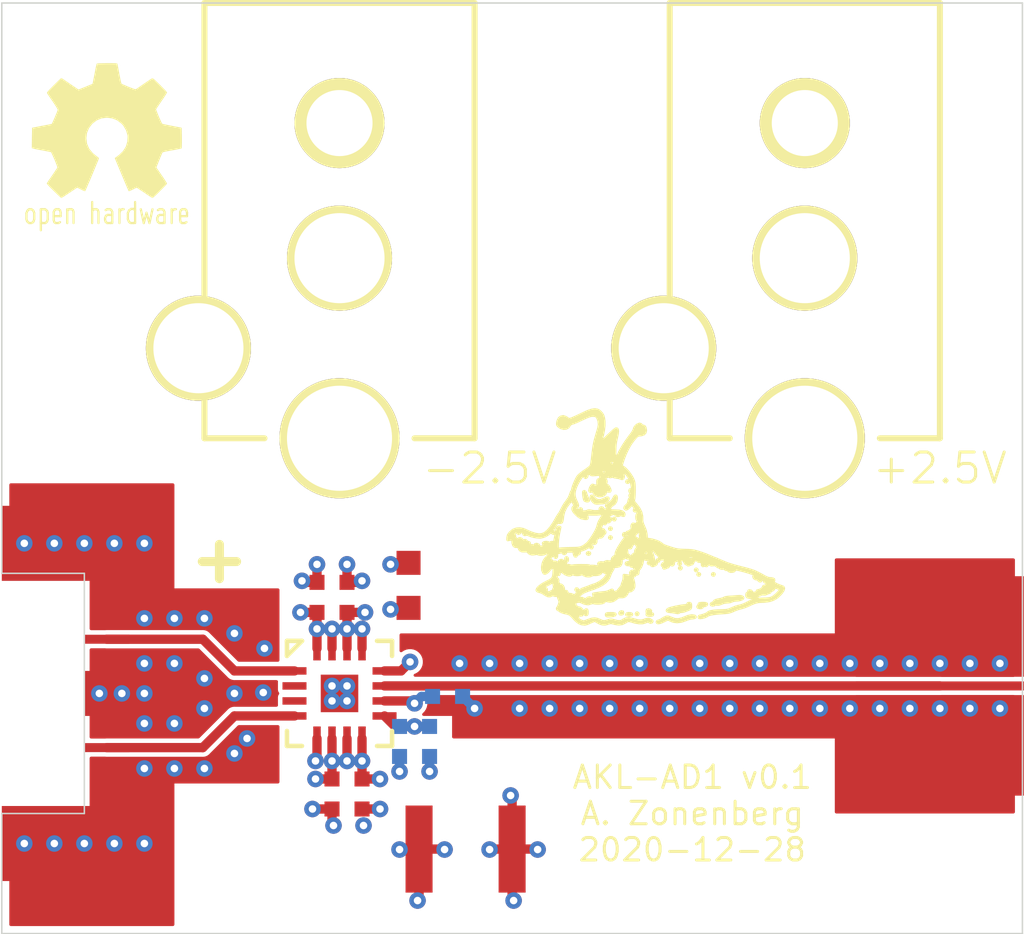
<source format=kicad_pcb>
(kicad_pcb (version 20171130) (host pcbnew "(5.1.4)")
  (layers (0 F.Cu signal) (1 In1.Cu signal) (2 In2.Cu signal) (31 B.Cu signal) (34 B.Paste user) (35 F.Paste user) (36 B.SilkS user) (37 F.SilkS user) (38 B.Mask user) (39 F.Mask user) (44 Edge.Cuts user))
  (net 0 "")
  (net 1 /2V5_N)
  (net 2 /2V5_P)
  (net 3 /GND)
  (net 4 /IN_N)
  (net 5 /IN_P)
  (net 6 "Net-(R1-Pad1)")
  (net 7 /VOUT)
  (module azonenberg_pcb:LONGTHING-1200DPI (layer F.Cu) (at 67.25 76)
    (fp_text reference G*** hide)
    (fp_text value LOGO hide)
  )
  (module w_logo:Logo_silk_OSHW_6x6mm (layer F.Cu) (at 48.75 62.75)
    (fp_text reference G*** hide)
    (fp_text value LOGO hide)
  )
  (module azonenberg_pcb:QFN_16_0.5MM_3x3MM (layer F.Cu) (at 56.5 81.5 270)
    (fp_text reference U1 hide)
    (fp_text value ADL5565 hide)
    (pad PAD smd rect (at -0.25 0.25 270) (size 0.5 0.5) (layers F.Cu F.Paste) (net 1 /2V5_N))
    (pad PAD smd rect (at 0.25 0.25 270) (size 0.5 0.5) (layers F.Cu F.Paste) (net 1 /2V5_N))
    (pad PAD smd rect (at 0.25 -0.25 270) (size 0.5 0.5) (layers F.Cu F.Paste) (net 1 /2V5_N))
    (pad PAD smd rect (at -0.25 -0.25 270) (size 0.5 0.5) (layers F.Cu F.Paste) (net 1 /2V5_N))
    (pad PAD smd rect (at 0 0 270) (size 1.25 1.25) (layers F.Cu F.Mask) (net 1 /2V5_N))
    (pad 13 smd rect (at -1.5 -0.75) (size 0.25 0.8) (layers F.Cu F.Paste F.Mask) (net 1 /2V5_N))
    (pad 14 smd rect (at -1.5 -0.25) (size 0.25 0.8) (layers F.Cu F.Paste F.Mask) (net 1 /2V5_N))
    (pad 15 smd rect (at -1.5 0.25) (size 0.25 0.8) (layers F.Cu F.Paste F.Mask) (net 1 /2V5_N))
    (pad 16 smd rect (at -1.5 0.75) (size 0.25 0.8) (layers F.Cu F.Paste F.Mask) (net 1 /2V5_N))
    (pad 1 smd rect (at -0.75 1.5 270) (size 0.25 0.8) (layers F.Cu F.Paste F.Mask) (net 5 /IN_P))
    (pad 2 smd rect (at -0.25 1.5 270) (size 0.25 0.8) (layers F.Cu F.Paste F.Mask))
    (pad 3 smd rect (at 0.25 1.5 270) (size 0.25 0.8) (layers F.Cu F.Paste F.Mask))
    (pad 4 smd rect (at 0.75 1.5 270) (size 0.25 0.8) (layers F.Cu F.Paste F.Mask) (net 4 /IN_N))
    (pad 5 smd rect (at 1.5 0.75) (size 0.25 0.8) (layers F.Cu F.Paste F.Mask) (net 2 /2V5_P))
    (pad 6 smd rect (at 1.5 0.25) (size 0.25 0.8) (layers F.Cu F.Paste F.Mask) (net 2 /2V5_P))
    (pad 7 smd rect (at 1.5 -0.25) (size 0.25 0.8) (layers F.Cu F.Paste F.Mask) (net 2 /2V5_P))
    (pad 8 smd rect (at 1.5 -0.75 180) (size 0.25 0.8) (layers F.Cu F.Paste F.Mask) (net 2 /2V5_P))
    (pad 9 smd rect (at 0.75 -1.5 270) (size 0.25 0.8) (layers F.Cu F.Paste F.Mask) (net 3 /GND))
    (pad 10 smd rect (at 0.25 -1.5 270) (size 0.25 0.8) (layers F.Cu F.Paste F.Mask) (net 6 "Net-(R1-Pad1)"))
    (pad 11 smd rect (at -0.25 -1.5 270) (size 0.25 0.8) (layers F.Cu F.Paste F.Mask) (net 7 /VOUT))
    (pad 12 smd rect (at -0.75 -1.5 270) (size 0.25 0.8) (layers F.Cu F.Paste F.Mask) (net 2 /2V5_P))
  )
  (module azonenberg_pcb:EIA_0402_RES_NOSILK (layer B.Cu) (at 60.1 81.6)
    (fp_text reference R1 hide)
    (fp_text value 49.9 hide)
    (pad 2 smd rect (at 0.5 0) (size 0.5 0.5) (layers B.Cu B.Paste B.Mask) (net 3 /GND))
    (pad 1 smd rect (at -0.5 0) (size 0.5 0.5) (layers B.Cu B.Paste B.Mask) (net 6 "Net-(R1-Pad1)"))
  )
  (module azonenberg_pcb:CONN_CUI_PJ-058BH_HIPWR_BARREL_NOSLOT (layer F.Cu) (at 56.5 66.5 270)
    (fp_text reference J4 hide)
    (fp_text value BARREL hide)
    (pad 3 thru_hole circle (at 3.5 4.7 270) (size 3.5 3.5) (drill 3) (layers *.Cu *.Mask F.SilkS))
    (pad 1 thru_hole circle (at 6.5 0 270) (size 4 4) (drill 3.5) (layers *.Cu *.Mask F.SilkS) (net 1 /2V5_N))
    (pad 2 thru_hole circle (at 0.5 0 270) (size 3.5 3.5) (drill 3) (layers *.Cu *.Mask F.SilkS) (net 3 /GND))
    (pad "" thru_hole circle (at -4 0 270) (size 3 3) (drill 2.2) (layers *.Cu *.Mask F.SilkS))
  )
  (module azonenberg_pcb:CONN_CUI_PJ-058BH_HIPWR_BARREL_NOSLOT (layer F.Cu) (at 72 66.5 270)
    (fp_text reference J3 hide)
    (fp_text value BARREL hide)
    (pad 3 thru_hole circle (at 3.5 4.7 270) (size 3.5 3.5) (drill 3) (layers *.Cu *.Mask F.SilkS))
    (pad 1 thru_hole circle (at 6.5 0 270) (size 4 4) (drill 3.5) (layers *.Cu *.Mask F.SilkS) (net 2 /2V5_P))
    (pad 2 thru_hole circle (at 0.5 0 270) (size 3.5 3.5) (drill 3) (layers *.Cu *.Mask F.SilkS) (net 3 /GND))
    (pad "" thru_hole circle (at -4 0 270) (size 3 3) (drill 2.2) (layers *.Cu *.Mask F.SilkS))
  )
  (module azonenberg_pcb:CONN_SMA_EDGE_AMPHENOL_901_10511_3 (layer F.Cu) (at 76.5 81.25 180)
    (fp_text reference J2 hide)
    (fp_text value 901-10511-3 hide)
    (pad 2 smd rect (at 0 1.98 180) (size 5.6 3.35) (layers F.Cu F.Paste F.Mask) (net 3 /GND))
    (pad 2 smd rect (at 0 -1.98 180) (size 5.6 3.35) (layers F.Cu F.Paste F.Mask) (net 3 /GND))
    (pad 1 smd rect (at 0 0 180) (size 5.6 0.3) (layers F.Cu F.Mask) (net 7 /VOUT))
  )
  (module azonenberg_pcb:CONN_SMPM_DUAL_AMPHENOL_3211-60087 (layer F.Cu) (at 48 81.5)
    (fp_text reference J1 hide)
    (fp_text value 3211-60087 hide)
    (pad 2 smd rect (at 0.75 1.805) (size 1.5 0.3) (layers F.Cu F.Paste F.Mask) (net 4 /IN_N))
    (pad 1 smd rect (at 0.75 -1.805) (size 1.5 0.3) (layers F.Cu F.Paste F.Mask) (net 5 /IN_P))
    (pad 3 smd rect (at 1.25 0) (size 2.5 1.5) (layers F.Cu F.Paste F.Mask) (net 3 /GND))
    (pad 3 smd rect (at 0 5) (size 5.5 2.5) (layers F.Cu F.Paste F.Mask) (net 3 /GND))
    (pad 3 smd rect (at 0 -5) (size 5.5 2.5) (layers F.Cu F.Paste F.Mask) (net 3 /GND))
  )
  (module azonenberg_pcb:EIA_1210_CAP_NOSILK (layer F.Cu) (at 60.7 86.7 180)
    (fp_text reference C8 hide)
    (fp_text value "22 uF" hide)
    (pad 2 smd rect (at 1.55 0.01493 180) (size 0.9 2.9) (layers F.Cu F.Paste F.Mask) (net 1 /2V5_N))
    (pad 1 smd rect (at -1.55 0.01493 180) (size 0.9 2.9) (layers F.Cu F.Paste F.Mask) (net 2 /2V5_P))
  )
  (module azonenberg_pcb:EIA_0603_CAP_NOSILK (layer F.Cu) (at 58.8 77.9 270)
    (fp_text reference C7 hide)
    (fp_text value "4.7 uF" hide)
    (pad 2 smd rect (at 0.75 0 270) (size 0.8 0.8) (layers F.Cu F.Paste F.Mask) (net 1 /2V5_N))
    (pad 1 smd rect (at -0.75 0 270) (size 0.8 0.8) (layers F.Cu F.Paste F.Mask) (net 2 /2V5_P))
  )
  (module azonenberg_pcb:EIA_0402_CAP_NOSILK (layer B.Cu) (at 58.5 83.1 90)
    (fp_text reference C6 hide)
    (fp_text value "0.47 uF" hide)
    (pad 2 smd rect (at 0.5 0 90) (size 0.5 0.5) (layers B.Cu B.Paste B.Mask) (net 3 /GND))
    (pad 1 smd rect (at -0.5 0 90) (size 0.5 0.5) (layers B.Cu B.Paste B.Mask) (net 1 /2V5_N))
  )
  (module azonenberg_pcb:EIA_0402_CAP_NOSILK (layer F.Cu) (at 55.75 78.3 270)
    (fp_text reference C5 hide)
    (fp_text value "0.47 uF" hide)
    (pad 2 smd rect (at 0.5 0 270) (size 0.5 0.5) (layers F.Cu F.Paste F.Mask) (net 1 /2V5_N))
    (pad 1 smd rect (at -0.5 0 270) (size 0.5 0.5) (layers F.Cu F.Paste F.Mask) (net 2 /2V5_P))
  )
  (module azonenberg_pcb:EIA_0402_CAP_NOSILK (layer B.Cu) (at 59.5 83.1 90)
    (fp_text reference C4 hide)
    (fp_text value "0.47 uF" hide)
    (pad 2 smd rect (at 0.5 0 90) (size 0.5 0.5) (layers B.Cu B.Paste B.Mask) (net 3 /GND))
    (pad 1 smd rect (at -0.5 0 90) (size 0.5 0.5) (layers B.Cu B.Paste B.Mask) (net 2 /2V5_P))
  )
  (module azonenberg_pcb:EIA_0402_CAP_NOSILK (layer F.Cu) (at 56.25 84.85 270)
    (fp_text reference C3 hide)
    (fp_text value "0.47 uF" hide)
    (pad 2 smd rect (at 0.5 0 270) (size 0.5 0.5) (layers F.Cu F.Paste F.Mask) (net 1 /2V5_N))
    (pad 1 smd rect (at -0.5 0 270) (size 0.5 0.5) (layers F.Cu F.Paste F.Mask) (net 2 /2V5_P))
  )
  (module azonenberg_pcb:EIA_0402_CAP_NOSILK (layer F.Cu) (at 56.75 78.3 270)
    (fp_text reference C2 hide)
    (fp_text value "0.47 uF" hide)
    (pad 2 smd rect (at 0.5 0 270) (size 0.5 0.5) (layers F.Cu F.Paste F.Mask) (net 1 /2V5_N))
    (pad 1 smd rect (at -0.5 0 270) (size 0.5 0.5) (layers F.Cu F.Paste F.Mask) (net 2 /2V5_P))
  )
  (module azonenberg_pcb:EIA_0402_CAP_NOSILK (layer F.Cu) (at 57.25 84.85 270)
    (fp_text reference C1 hide)
    (fp_text value "0.47 uF" hide)
    (pad 2 smd rect (at 0.5 0 270) (size 0.5 0.5) (layers F.Cu F.Paste F.Mask) (net 1 /2V5_N))
    (pad 1 smd rect (at -0.5 0 270) (size 0.5 0.5) (layers F.Cu F.Paste F.Mask) (net 2 /2V5_P))
  )
  (gr_text "AKL-AD1 v0.1\nA. Zonenberg\n2020-12-28" (at 68.25 85.5) (layer F.SilkS) (effects (font (size 0.75 0.75) (thickness 0.1))))
  (gr_text + (at 52.5 77) (layer F.SilkS) (effects (font (size 1.5 1.5) (thickness 0.3))))
  (gr_line (start 45.25 58.5) (end 45.25 77.5) (layer Edge.Cuts) (width 0.05))
  (gr_line (start 79.25 58.5) (end 45.25 58.5) (layer Edge.Cuts) (width 0.05))
  (gr_line (start 79.25 89.5) (end 79.25 58.5) (layer Edge.Cuts) (width 0.05))
  (gr_line (start 45.25 89.5) (end 79.25 89.5) (layer Edge.Cuts) (width 0.05))
  (gr_line (start 45.25 85.5) (end 45.25 89.5) (layer Edge.Cuts) (width 0.05))
  (gr_line (start 48 85.5) (end 45.25 85.5) (layer Edge.Cuts) (width 0.05))
  (gr_line (start 48 77.5) (end 48 85.5) (layer Edge.Cuts) (width 0.05))
  (gr_line (start 45.25 77.5) (end 48 77.5) (layer Edge.Cuts) (width 0.05))
  (gr_text -2.5V (at 61.5 74) (layer F.SilkS) (effects (font (size 1 1) (thickness 0.1))))
  (gr_text +2.5V (at 76.5 74) (layer F.SilkS) (effects (font (size 1 1) (thickness 0.1))))
  (via (at 58.5 84.1) (size 0.55) (drill 0.25) (layers F.Cu B.Cu) (net 1))
  (segment (start 58.5 83.6) (end 58.5 84.1) (width 0.31) (layer B.Cu) (net 1))
  (via (at 56.75 79.35) (size 0.55) (drill 0.25) (layers F.Cu B.Cu) (net 1))
  (segment (start 56.75 80) (end 56.75 79.35) (width 0.31) (layer F.Cu) (net 1))
  (segment (start 56.75 79.35) (end 56.75 78.8) (width 0.31) (layer F.Cu) (net 1))
  (via (at 55.75 79.35) (size 0.55) (drill 0.25) (layers F.Cu B.Cu) (net 1))
  (segment (start 55.75 80) (end 55.75 79.35) (width 0.31) (layer F.Cu) (net 1))
  (segment (start 55.75 79.35) (end 55.75 78.8) (width 0.31) (layer F.Cu) (net 1))
  (via (at 56.25 79.35) (size 0.55) (drill 0.25) (layers F.Cu B.Cu) (net 1))
  (segment (start 56.25 80) (end 56.25 79.35) (width 0.31) (layer F.Cu) (net 1))
  (via (at 57.25 79.35) (size 0.55) (drill 0.25) (layers F.Cu B.Cu) (net 1))
  (segment (start 57.25 80) (end 57.25 79.35) (width 0.31) (layer F.Cu) (net 1))
  (via (at 56.75 81.25) (size 0.55) (drill 0.25) (layers F.Cu B.Cu) (net 1))
  (via (at 56.25 81.25) (size 0.55) (drill 0.25) (layers F.Cu B.Cu) (net 1))
  (via (at 56.25 81.75) (size 0.55) (drill 0.25) (layers F.Cu B.Cu) (net 1))
  (via (at 56.75 81.75) (size 0.55) (drill 0.25) (layers F.Cu B.Cu) (net 1))
  (via (at 55.6 85.35) (size 0.55) (drill 0.25) (layers F.Cu B.Cu) (net 1))
  (segment (start 55.6 85.35) (end 56.25 85.35) (width 0.31) (layer F.Cu) (net 1))
  (via (at 57.85 85.35) (size 0.55) (drill 0.25) (layers F.Cu B.Cu) (net 1))
  (segment (start 57.25 85.35) (end 57.85 85.35) (width 0.31) (layer F.Cu) (net 1))
  (via (at 58.2 78.7) (size 0.55) (drill 0.25) (layers F.Cu B.Cu) (net 1))
  (segment (start 58.8 78.65) (end 58.25 78.65) (width 0.31) (layer F.Cu) (net 1))
  (segment (start 58.25 78.65) (end 58.2 78.7) (width 0.31) (layer F.Cu) (net 1))
  (via (at 58.5 86.7) (size 0.55) (drill 0.25) (layers F.Cu B.Cu) (net 1))
  (segment (start 59.15 86.68507) (end 58.51493 86.68507) (width 0.31) (layer F.Cu) (net 1))
  (segment (start 58.51493 86.68507) (end 58.5 86.7) (width 0.31) (layer F.Cu) (net 1))
  (via (at 60 86.7) (size 0.55) (drill 0.25) (layers F.Cu B.Cu) (net 1))
  (segment (start 59.15 86.68507) (end 59.98507 86.68507) (width 0.31) (layer F.Cu) (net 1))
  (segment (start 59.98507 86.68507) (end 60 86.7) (width 0.31) (layer F.Cu) (net 1))
  (via (at 59.1 88.4) (size 0.55) (drill 0.25) (layers F.Cu B.Cu) (net 1))
  (segment (start 59.15 86.68507) (end 59.15 88.35) (width 0.31) (layer F.Cu) (net 1))
  (segment (start 59.15 88.35) (end 59.1 88.4) (width 0.31) (layer F.Cu) (net 1))
  (via (at 56.3 85.9) (size 0.55) (drill 0.25) (layers F.Cu B.Cu) (net 1))
  (segment (start 56.25 85.35) (end 56.25 85.85) (width 0.31) (layer F.Cu) (net 1))
  (segment (start 56.25 85.85) (end 56.3 85.9) (width 0.31) (layer F.Cu) (net 1))
  (via (at 57.3 85.9) (size 0.55) (drill 0.25) (layers F.Cu B.Cu) (net 1))
  (via (at 55.2 78.8) (size 0.55) (drill 0.25) (layers F.Cu B.Cu) (net 1))
  (segment (start 55.75 78.8) (end 55.2 78.8) (width 0.31) (layer F.Cu) (net 1))
  (via (at 57.35 78.8) (size 0.55) (drill 0.25) (layers F.Cu B.Cu) (net 1))
  (segment (start 56.75 78.8) (end 57.35 78.8) (width 0.31) (layer F.Cu) (net 1))
  (via (at 59.5 84.1) (size 0.55) (drill 0.25) (layers F.Cu B.Cu) (net 2))
  (segment (start 59.5 83.6) (end 59.5 84.1) (width 0.31) (layer B.Cu) (net 2))
  (via (at 55.75 77.2) (size 0.55) (drill 0.25) (layers F.Cu B.Cu) (net 2))
  (segment (start 55.75 77.8) (end 55.75 77.2) (width 0.31) (layer F.Cu) (net 2))
  (via (at 56.75 77.2) (size 0.55) (drill 0.25) (layers F.Cu B.Cu) (net 2))
  (segment (start 56.75 77.2) (end 56.75 77.8) (width 0.31) (layer F.Cu) (net 2))
  (via (at 58.85 80.45) (size 0.55) (drill 0.25) (layers F.Cu B.Cu) (net 2))
  (segment (start 58 80.75) (end 58.55 80.75) (width 0.31) (layer F.Cu) (net 2))
  (segment (start 58.55 80.75) (end 58.85 80.45) (width 0.31) (layer F.Cu) (net 2))
  (via (at 57.25 83.75) (size 0.55) (drill 0.25) (layers F.Cu B.Cu) (net 2))
  (segment (start 57.25 83) (end 57.25 83.75) (width 0.31) (layer F.Cu) (net 2))
  (segment (start 57.25 83.75) (end 57.25 84.35) (width 0.31) (layer F.Cu) (net 2))
  (via (at 56.25 83.75) (size 0.55) (drill 0.25) (layers F.Cu B.Cu) (net 2))
  (segment (start 56.25 83) (end 56.25 83.75) (width 0.31) (layer F.Cu) (net 2))
  (segment (start 56.25 83.75) (end 56.25 84.35) (width 0.31) (layer F.Cu) (net 2))
  (via (at 56.75 83.75) (size 0.55) (drill 0.25) (layers F.Cu B.Cu) (net 2))
  (segment (start 56.75 83) (end 56.75 83.75) (width 0.31) (layer F.Cu) (net 2))
  (via (at 55.7 83.75) (size 0.55) (drill 0.25) (layers F.Cu B.Cu) (net 2))
  (segment (start 55.75 83) (end 55.75 83.7) (width 0.31) (layer F.Cu) (net 2))
  (segment (start 55.75 83.7) (end 55.7 83.75) (width 0.31) (layer F.Cu) (net 2))
  (via (at 58.2 77.2) (size 0.55) (drill 0.25) (layers F.Cu B.Cu) (net 2))
  (segment (start 58.8 77.15) (end 58.25 77.15) (width 0.31) (layer F.Cu) (net 2))
  (segment (start 58.25 77.15) (end 58.2 77.2) (width 0.31) (layer F.Cu) (net 2))
  (via (at 61.5 86.7) (size 0.55) (drill 0.25) (layers F.Cu B.Cu) (net 2))
  (segment (start 62.25 86.68507) (end 61.51493 86.68507) (width 0.31) (layer F.Cu) (net 2))
  (segment (start 61.51493 86.68507) (end 61.5 86.7) (width 0.31) (layer F.Cu) (net 2))
  (via (at 63.1 86.7) (size 0.55) (drill 0.25) (layers F.Cu B.Cu) (net 2))
  (segment (start 62.25 86.68507) (end 63.08507 86.68507) (width 0.31) (layer F.Cu) (net 2))
  (segment (start 63.08507 86.68507) (end 63.1 86.7) (width 0.31) (layer F.Cu) (net 2))
  (via (at 62.2 84.9) (size 0.55) (drill 0.25) (layers F.Cu B.Cu) (net 2))
  (segment (start 62.25 86.68507) (end 62.25 84.95) (width 0.31) (layer F.Cu) (net 2))
  (segment (start 62.25 84.95) (end 62.2 84.9) (width 0.31) (layer F.Cu) (net 2))
  (segment (start 62.25 86.68507) (end 62.25 88.35) (width 0.31) (layer F.Cu) (net 2))
  (via (at 62.3 88.4) (size 0.55) (drill 0.25) (layers F.Cu B.Cu) (net 2))
  (segment (start 62.25 88.35) (end 62.3 88.4) (width 0.31) (layer F.Cu) (net 2))
  (via (at 57.25 77.75) (size 0.55) (drill 0.25) (layers F.Cu B.Cu) (net 2))
  (segment (start 56.75 77.8) (end 57.2 77.8) (width 0.31) (layer F.Cu) (net 2))
  (segment (start 57.2 77.8) (end 57.25 77.75) (width 0.31) (layer F.Cu) (net 2))
  (via (at 55.25 77.75) (size 0.55) (drill 0.25) (layers F.Cu B.Cu) (net 2))
  (segment (start 55.75 77.8) (end 55.3 77.8) (width 0.31) (layer F.Cu) (net 2))
  (segment (start 55.3 77.8) (end 55.25 77.75) (width 0.31) (layer F.Cu) (net 2))
  (via (at 55.7 84.35) (size 0.55) (drill 0.25) (layers F.Cu B.Cu) (net 2))
  (segment (start 56.25 84.35) (end 55.7 84.35) (width 0.31) (layer F.Cu) (net 2))
  (via (at 57.846656 84.351286) (size 0.55) (drill 0.25) (layers F.Cu B.Cu) (net 2))
  (segment (start 57.25 84.35) (end 57.84537 84.35) (width 0.31) (layer F.Cu) (net 2))
  (segment (start 57.84537 84.35) (end 57.846656 84.351286) (width 0.31) (layer F.Cu) (net 2))
  (via (at 59 82.6) (size 0.55) (drill 0.25) (layers F.Cu B.Cu) (net 3))
  (segment (start 58 82.25) (end 58.35 82.6) (width 0.31) (layer F.Cu) (net 3))
  (segment (start 58.35 82.6) (end 59 82.6) (width 0.31) (layer F.Cu) (net 3))
  (via (at 61 82) (size 0.55) (drill 0.25) (layers F.Cu B.Cu) (net 3))
  (segment (start 60.6 81.6) (end 61 82) (width 0.31) (layer B.Cu) (net 3))
  (segment (start 59.5 82.6) (end 59 82.6) (width 0.31) (layer B.Cu) (net 3))
  (segment (start 59 82.6) (end 58.5 82.6) (width 0.31) (layer B.Cu) (net 3))
  (via (at 48 76.5) (size 0.55) (drill 0.25) (layers F.Cu B.Cu) (net 3))
  (via (at 49.25 81.5) (size 0.55) (drill 0.25) (layers F.Cu B.Cu) (net 3))
  (via (at 48 86.5) (size 0.55) (drill 0.25) (layers F.Cu B.Cu) (net 3))
  (via (at 60.5 80.5) (size 0.55) (drill 0.25) (layers F.Cu B.Cu) (net 3))
  (via (at 61.5 80.5) (size 0.55) (drill 0.25) (layers F.Cu B.Cu) (net 3))
  (segment (start 60.5 80.5) (end 61.5 80.5) (width 0.31) (layer F.Cu) (net 3))
  (via (at 62.5 80.5) (size 0.55) (drill 0.25) (layers F.Cu B.Cu) (net 3))
  (via (at 63.5 80.5) (size 0.55) (drill 0.25) (layers F.Cu B.Cu) (net 3))
  (segment (start 62.5 80.5) (end 63.5 80.5) (width 0.31) (layer F.Cu) (net 3))
  (via (at 64.5 80.5) (size 0.55) (drill 0.25) (layers F.Cu B.Cu) (net 3))
  (segment (start 63.5 80.5) (end 64.5 80.5) (width 0.31) (layer F.Cu) (net 3))
  (via (at 65.5 80.5) (size 0.55) (drill 0.25) (layers F.Cu B.Cu) (net 3))
  (via (at 66.5 80.5) (size 0.55) (drill 0.25) (layers F.Cu B.Cu) (net 3))
  (segment (start 65.5 80.5) (end 66.5 80.5) (width 0.31) (layer F.Cu) (net 3))
  (via (at 67.5 80.5) (size 0.55) (drill 0.25) (layers F.Cu B.Cu) (net 3))
  (via (at 68.5 80.5) (size 0.55) (drill 0.25) (layers F.Cu B.Cu) (net 3))
  (segment (start 67.5 80.5) (end 68.5 80.5) (width 0.31) (layer F.Cu) (net 3))
  (via (at 69.5 80.5) (size 0.55) (drill 0.25) (layers F.Cu B.Cu) (net 3))
  (via (at 70.5 80.5) (size 0.55) (drill 0.25) (layers F.Cu B.Cu) (net 3))
  (segment (start 69.5 80.5) (end 70.5 80.5) (width 0.31) (layer F.Cu) (net 3))
  (via (at 71.5 80.5) (size 0.55) (drill 0.25) (layers F.Cu B.Cu) (net 3))
  (via (at 72.5 80.5) (size 0.55) (drill 0.25) (layers F.Cu B.Cu) (net 3))
  (segment (start 71.5 80.5) (end 72.5 80.5) (width 0.31) (layer F.Cu) (net 3))
  (via (at 73.5 80.5) (size 0.55) (drill 0.25) (layers F.Cu B.Cu) (net 3))
  (via (at 62.5 82) (size 0.55) (drill 0.25) (layers F.Cu B.Cu) (net 3))
  (segment (start 61 82) (end 62.5 82) (width 0.31) (layer F.Cu) (net 3))
  (via (at 63.5 82) (size 0.55) (drill 0.25) (layers F.Cu B.Cu) (net 3))
  (via (at 64.5 82) (size 0.55) (drill 0.25) (layers F.Cu B.Cu) (net 3))
  (segment (start 63.5 82) (end 64.5 82) (width 0.31) (layer F.Cu) (net 3))
  (via (at 65.5 82) (size 0.55) (drill 0.25) (layers F.Cu B.Cu) (net 3))
  (via (at 66.5 82) (size 0.55) (drill 0.25) (layers F.Cu B.Cu) (net 3))
  (segment (start 65.5 82) (end 66.5 82) (width 0.31) (layer F.Cu) (net 3))
  (via (at 67.5 82) (size 0.55) (drill 0.25) (layers F.Cu B.Cu) (net 3))
  (via (at 68.5 82) (size 0.55) (drill 0.25) (layers F.Cu B.Cu) (net 3))
  (segment (start 67.5 82) (end 68.5 82) (width 0.31) (layer F.Cu) (net 3))
  (via (at 69.5 82) (size 0.55) (drill 0.25) (layers F.Cu B.Cu) (net 3))
  (via (at 70.5 82) (size 0.55) (drill 0.25) (layers F.Cu B.Cu) (net 3))
  (segment (start 69.5 82) (end 70.5 82) (width 0.31) (layer F.Cu) (net 3))
  (via (at 71.5 82) (size 0.55) (drill 0.25) (layers F.Cu B.Cu) (net 3))
  (via (at 72.5 82) (size 0.55) (drill 0.25) (layers F.Cu B.Cu) (net 3))
  (segment (start 71.5 82) (end 72.5 82) (width 0.31) (layer F.Cu) (net 3))
  (via (at 73.5 82) (size 0.55) (drill 0.25) (layers F.Cu B.Cu) (net 3))
  (via (at 74.5 82) (size 0.55) (drill 0.25) (layers F.Cu B.Cu) (net 3))
  (segment (start 73.5 82) (end 74.5 82) (width 0.31) (layer F.Cu) (net 3))
  (via (at 75.5 82) (size 0.55) (drill 0.25) (layers F.Cu B.Cu) (net 3))
  (via (at 76.5 82) (size 0.55) (drill 0.25) (layers F.Cu B.Cu) (net 3))
  (segment (start 75.5 82) (end 76.5 82) (width 0.31) (layer F.Cu) (net 3))
  (via (at 77.5 82) (size 0.55) (drill 0.25) (layers F.Cu B.Cu) (net 3))
  (via (at 78.5 82) (size 0.55) (drill 0.25) (layers F.Cu B.Cu) (net 3))
  (via (at 74.5 80.5) (size 0.55) (drill 0.25) (layers F.Cu B.Cu) (net 3))
  (via (at 75.5 80.5) (size 0.55) (drill 0.25) (layers F.Cu B.Cu) (net 3))
  (segment (start 74.5 80.5) (end 75.5 80.5) (width 0.31) (layer F.Cu) (net 3))
  (via (at 76.5 80.5) (size 0.55) (drill 0.25) (layers F.Cu B.Cu) (net 3))
  (via (at 77.5 80.5) (size 0.55) (drill 0.25) (layers F.Cu B.Cu) (net 3))
  (segment (start 76.5 80.5) (end 77.5 80.5) (width 0.31) (layer F.Cu) (net 3))
  (via (at 78.5 80.5) (size 0.55) (drill 0.25) (layers F.Cu B.Cu) (net 3))
  (via (at 50 81.5) (size 0.55) (drill 0.25) (layers F.Cu B.Cu) (net 3))
  (via (at 48.5 81.5) (size 0.55) (drill 0.25) (layers F.Cu B.Cu) (net 3))
  (segment (start 49.25 81.5) (end 48.5 81.5) (width 0.31) (layer F.Cu) (net 3))
  (via (at 50 80.5) (size 0.55) (drill 0.25) (layers F.Cu B.Cu) (net 3))
  (via (at 51 80.5) (size 0.55) (drill 0.25) (layers F.Cu B.Cu) (net 3))
  (segment (start 50 80.5) (end 51 80.5) (width 0.31) (layer F.Cu) (net 3))
  (via (at 52 81) (size 0.55) (drill 0.25) (layers F.Cu B.Cu) (net 3))
  (via (at 53 81.5) (size 0.55) (drill 0.25) (layers F.Cu B.Cu) (net 3))
  (segment (start 52 81) (end 52.5 81) (width 0.31) (layer F.Cu) (net 3))
  (segment (start 52.5 81) (end 53 81.5) (width 0.31) (layer F.Cu) (net 3))
  (via (at 53.960186 81.46957) (size 0.55) (drill 0.25) (layers F.Cu B.Cu) (net 3))
  (via (at 54 80) (size 0.55) (drill 0.25) (layers F.Cu B.Cu) (net 3))
  (via (at 53 79.5) (size 0.55) (drill 0.25) (layers F.Cu B.Cu) (net 3))
  (segment (start 54 80) (end 53.5 80) (width 0.31) (layer F.Cu) (net 3))
  (segment (start 53.5 80) (end 53 79.5) (width 0.31) (layer F.Cu) (net 3))
  (via (at 52 79) (size 0.55) (drill 0.25) (layers F.Cu B.Cu) (net 3))
  (via (at 51 79) (size 0.55) (drill 0.25) (layers F.Cu B.Cu) (net 3))
  (segment (start 52 79) (end 51 79) (width 0.31) (layer F.Cu) (net 3))
  (via (at 50 79) (size 0.55) (drill 0.25) (layers F.Cu B.Cu) (net 3))
  (via (at 49 76.5) (size 0.55) (drill 0.25) (layers F.Cu B.Cu) (net 3))
  (segment (start 48 76.5) (end 49 76.5) (width 0.31) (layer F.Cu) (net 3))
  (via (at 50 76.5) (size 0.55) (drill 0.25) (layers F.Cu B.Cu) (net 3))
  (via (at 47 76.5) (size 0.55) (drill 0.25) (layers F.Cu B.Cu) (net 3))
  (via (at 46 76.5) (size 0.55) (drill 0.25) (layers F.Cu B.Cu) (net 3))
  (segment (start 47 76.5) (end 46 76.5) (width 0.31) (layer F.Cu) (net 3))
  (via (at 47 86.5) (size 0.55) (drill 0.25) (layers F.Cu B.Cu) (net 3))
  (via (at 46 86.5) (size 0.55) (drill 0.25) (layers F.Cu B.Cu) (net 3))
  (segment (start 47 86.5) (end 46 86.5) (width 0.31) (layer F.Cu) (net 3))
  (via (at 49 86.5) (size 0.55) (drill 0.25) (layers F.Cu B.Cu) (net 3))
  (via (at 50 86.5) (size 0.55) (drill 0.25) (layers F.Cu B.Cu) (net 3))
  (segment (start 49 86.5) (end 50 86.5) (width 0.31) (layer F.Cu) (net 3))
  (via (at 50 82.5) (size 0.55) (drill 0.25) (layers F.Cu B.Cu) (net 3))
  (via (at 51 82.5) (size 0.55) (drill 0.25) (layers F.Cu B.Cu) (net 3))
  (segment (start 50 82.5) (end 51 82.5) (width 0.31) (layer F.Cu) (net 3))
  (via (at 52 82) (size 0.55) (drill 0.25) (layers F.Cu B.Cu) (net 3))
  (via (at 50 84) (size 0.55) (drill 0.25) (layers F.Cu B.Cu) (net 3))
  (via (at 51 84) (size 0.55) (drill 0.25) (layers F.Cu B.Cu) (net 3))
  (segment (start 50 84) (end 51 84) (width 0.31) (layer F.Cu) (net 3))
  (via (at 52 84) (size 0.55) (drill 0.25) (layers F.Cu B.Cu) (net 3))
  (segment (start 52 84) (end 52.5 84) (width 0.31) (layer F.Cu) (net 3))
  (via (at 53 83.5) (size 0.55) (drill 0.25) (layers F.Cu B.Cu) (net 3))
  (segment (start 52.5 84) (end 53 83.5) (width 0.31) (layer F.Cu) (net 3))
  (via (at 53.42 83) (size 0.55) (drill 0.25) (layers F.Cu B.Cu) (net 3))
  (segment (start 48.75 83.305) (end 51.945 83.305) (width 0.31) (layer F.Cu) (net 4))
  (segment (start 53 82.25) (end 55 82.25) (width 0.31) (layer F.Cu) (net 4))
  (segment (start 51.945 83.305) (end 53 82.25) (width 0.31) (layer F.Cu) (net 4))
  (segment (start 48.75 79.695) (end 51.945 79.695) (width 0.31) (layer F.Cu) (net 5))
  (segment (start 53 80.75) (end 55 80.75) (width 0.31) (layer F.Cu) (net 5))
  (segment (start 51.945 79.695) (end 53 80.75) (width 0.31) (layer F.Cu) (net 5))
  (via (at 59 81.83) (size 0.55) (drill 0.25) (layers F.Cu B.Cu) (net 6))
  (segment (start 58 81.75) (end 58.92 81.75) (width 0.31) (layer F.Cu) (net 6))
  (segment (start 58.92 81.75) (end 59 81.83) (width 0.31) (layer F.Cu) (net 6))
  (segment (start 59.07 81.9) (end 59 81.83) (width 0.31) (layer B.Cu) (net 6))
  (segment (start 59.23 81.6) (end 59 81.83) (width 0.31) (layer B.Cu) (net 6))
  (segment (start 59.6 81.6) (end 59.23 81.6) (width 0.31) (layer B.Cu) (net 6))
  (segment (start 58 81.25) (end 76.5 81.25) (width 0.31) (layer F.Cu) (net 7))
  (zone (net 3) (net_name /GND) (layer F.Cu) (connect_pads thru_hole_only (clearance 0.15)) (min_thickness 0.1) (fill yes (arc_segments 32) (thermal_gap 0.508) (thermal_bridge_width 0.508))
    (polygon (pts (xy 58.5 79.5) (xy 73 79.5) (xy 73 77) (xy 79 77) (xy 79 85.5) (xy 73 85.5) (xy 73 83) (xy 60.25 83) (xy 60.25 82.25) (xy 58.5 82.25)))
  )
  (zone (net 3) (net_name /GND) (layer F.Cu) (connect_pads thru_hole_only (clearance 0.15)) (min_thickness 0.1) (fill yes (arc_segments 32) (thermal_gap 0.508) (thermal_bridge_width 0.508))
    (polygon (pts (xy 51 84.5) (xy 51 89.25) (xy 45.5 89.25) (xy 45.5 74.5) (xy 51 74.5) (xy 51 78) (xy 54.5 78) (xy 54.5 84.5)))
  )
)
</source>
